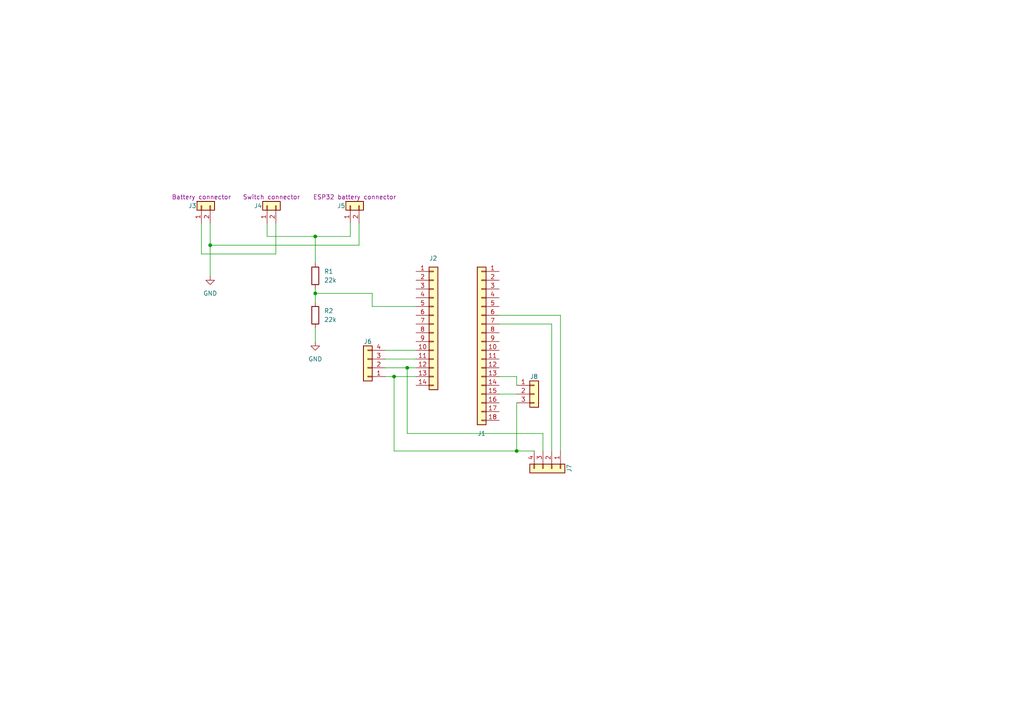
<source format=kicad_sch>
(kicad_sch (version 20211123) (generator eeschema)
  (paper "A4")
  (lib_symbols
    (symbol "Connector_Generic:Conn_01x02" (pin_names (offset 1.016) hide)
      (property "Reference" "J" (at 0 2.54 0))
      (property "Value" "Conn_01x02" (at 0 -5.08 0))
      (symbol "Conn_01x02_1_1"
        (rectangle (start -1.27 -2.413) (end 0 -2.667) (stroke (width 0.1524)))
        (rectangle (start -1.27 0.127) (end 0 -0.127) (stroke (width 0.1524)))
        (rectangle (start -1.27 1.27) (end 1.27 -3.81) (stroke (width 0.254)) (fill (type background)))
        (pin passive line (at -5.08 0 0) (length 3.81) (name "Pin_1") (number "1"))
        (pin passive line (at -5.08 -2.54 0) (length 3.81) (name "Pin_2") (number "2"))
      )
    )
    (symbol "Connector_Generic:Conn_01x03" (pin_names (offset 1.016) hide)
      (property "Reference" "J" (at 0 5.08 0))
      (property "Value" "Conn_01x03" (at 0 -5.08 0))
      (symbol "Conn_01x03_1_1"
        (rectangle (start -1.27 -2.413) (end 0 -2.667) (stroke (width 0.1524)))
        (rectangle (start -1.27 0.127) (end 0 -0.127) (stroke (width 0.1524)))
        (rectangle (start -1.27 2.667) (end 0 2.413) (stroke (width 0.1524)))
        (rectangle (start -1.27 3.81) (end 1.27 -3.81) (stroke (width 0.254)) (fill (type background)))
        (pin passive line (at -5.08 2.54 0) (length 3.81) (name "Pin_1") (number "1"))
        (pin passive line (at -5.08 0 0) (length 3.81) (name "Pin_2") (number "2"))
        (pin passive line (at -5.08 -2.54 0) (length 3.81) (name "Pin_3") (number "3"))
      )
    )
    (symbol "Connector_Generic:Conn_01x04" (pin_names (offset 1.016) hide)
      (property "Reference" "J" (at 0 5.08 0))
      (property "Value" "Conn_01x04" (at 0 -7.62 0))
      (symbol "Conn_01x04_1_1"
        (rectangle (start -1.27 -4.953) (end 0 -5.207) (stroke (width 0.1524)))
        (rectangle (start -1.27 -2.413) (end 0 -2.667) (stroke (width 0.1524)))
        (rectangle (start -1.27 0.127) (end 0 -0.127) (stroke (width 0.1524)))
        (rectangle (start -1.27 2.667) (end 0 2.413) (stroke (width 0.1524)))
        (rectangle (start -1.27 3.81) (end 1.27 -6.35) (stroke (width 0.254)) (fill (type background)))
        (pin passive line (at -5.08 2.54 0) (length 3.81) (name "Pin_1") (number "1"))
        (pin passive line (at -5.08 0 0) (length 3.81) (name "Pin_2") (number "2"))
        (pin passive line (at -5.08 -2.54 0) (length 3.81) (name "Pin_3") (number "3"))
        (pin passive line (at -5.08 -5.08 0) (length 3.81) (name "Pin_4") (number "4"))
      )
    )
    (symbol "Connector_Generic:Conn_01x14" (pin_names (offset 1.016) hide)
      (property "Reference" "J" (at 0 17.78 0))
      (property "Value" "Conn_01x14" (at 0 -20.32 0))
      (symbol "Conn_01x14_1_1"
        (rectangle (start -1.27 -17.653) (end 0 -17.907) (stroke (width 0.1524)))
        (rectangle (start -1.27 -15.113) (end 0 -15.367) (stroke (width 0.1524)))
        (rectangle (start -1.27 -12.573) (end 0 -12.827) (stroke (width 0.1524)))
        (rectangle (start -1.27 -10.033) (end 0 -10.287) (stroke (width 0.1524)))
        (rectangle (start -1.27 -7.493) (end 0 -7.747) (stroke (width 0.1524)))
        (rectangle (start -1.27 -4.953) (end 0 -5.207) (stroke (width 0.1524)))
        (rectangle (start -1.27 -2.413) (end 0 -2.667) (stroke (width 0.1524)))
        (rectangle (start -1.27 0.127) (end 0 -0.127) (stroke (width 0.1524)))
        (rectangle (start -1.27 2.667) (end 0 2.413) (stroke (width 0.1524)))
        (rectangle (start -1.27 5.207) (end 0 4.953) (stroke (width 0.1524)))
        (rectangle (start -1.27 7.747) (end 0 7.493) (stroke (width 0.1524)))
        (rectangle (start -1.27 10.287) (end 0 10.033) (stroke (width 0.1524)))
        (rectangle (start -1.27 12.827) (end 0 12.573) (stroke (width 0.1524)))
        (rectangle (start -1.27 15.367) (end 0 15.113) (stroke (width 0.1524)))
        (rectangle (start -1.27 16.51) (end 1.27 -19.05) (stroke (width 0.254)) (fill (type background)))
        (pin passive line (at -5.08 15.24 0) (length 3.81) (name "Pin_1") (number "1"))
        (pin passive line (at -5.08 -7.62 0) (length 3.81) (name "Pin_10") (number "10"))
        (pin passive line (at -5.08 -10.16 0) (length 3.81) (name "Pin_11") (number "11"))
        (pin passive line (at -5.08 -12.7 0) (length 3.81) (name "Pin_12") (number "12"))
        (pin passive line (at -5.08 -15.24 0) (length 3.81) (name "Pin_13") (number "13"))
        (pin passive line (at -5.08 -17.78 0) (length 3.81) (name "Pin_14") (number "14"))
        (pin passive line (at -5.08 12.7 0) (length 3.81) (name "Pin_2") (number "2"))
        (pin passive line (at -5.08 10.16 0) (length 3.81) (name "Pin_3") (number "3"))
        (pin passive line (at -5.08 7.62 0) (length 3.81) (name "Pin_4") (number "4"))
        (pin passive line (at -5.08 5.08 0) (length 3.81) (name "Pin_5") (number "5"))
        (pin passive line (at -5.08 2.54 0) (length 3.81) (name "Pin_6") (number "6"))
        (pin passive line (at -5.08 0 0) (length 3.81) (name "Pin_7") (number "7"))
        (pin passive line (at -5.08 -2.54 0) (length 3.81) (name "Pin_8") (number "8"))
        (pin passive line (at -5.08 -5.08 0) (length 3.81) (name "Pin_9") (number "9"))
      )
    )
    (symbol "Connector_Generic:Conn_01x18" (pin_names (offset 1.016) hide)
      (property "Reference" "J" (at 0 22.86 0))
      (property "Value" "Conn_01x18" (at 0 -25.4 0))
      (symbol "Conn_01x18_1_1"
        (rectangle (start -1.27 -22.733) (end 0 -22.987) (stroke (width 0.1524)))
        (rectangle (start -1.27 -20.193) (end 0 -20.447) (stroke (width 0.1524)))
        (rectangle (start -1.27 -17.653) (end 0 -17.907) (stroke (width 0.1524)))
        (rectangle (start -1.27 -15.113) (end 0 -15.367) (stroke (width 0.1524)))
        (rectangle (start -1.27 -12.573) (end 0 -12.827) (stroke (width 0.1524)))
        (rectangle (start -1.27 -10.033) (end 0 -10.287) (stroke (width 0.1524)))
        (rectangle (start -1.27 -7.493) (end 0 -7.747) (stroke (width 0.1524)))
        (rectangle (start -1.27 -4.953) (end 0 -5.207) (stroke (width 0.1524)))
        (rectangle (start -1.27 -2.413) (end 0 -2.667) (stroke (width 0.1524)))
        (rectangle (start -1.27 0.127) (end 0 -0.127) (stroke (width 0.1524)))
        (rectangle (start -1.27 2.667) (end 0 2.413) (stroke (width 0.1524)))
        (rectangle (start -1.27 5.207) (end 0 4.953) (stroke (width 0.1524)))
        (rectangle (start -1.27 7.747) (end 0 7.493) (stroke (width 0.1524)))
        (rectangle (start -1.27 10.287) (end 0 10.033) (stroke (width 0.1524)))
        (rectangle (start -1.27 12.827) (end 0 12.573) (stroke (width 0.1524)))
        (rectangle (start -1.27 15.367) (end 0 15.113) (stroke (width 0.1524)))
        (rectangle (start -1.27 17.907) (end 0 17.653) (stroke (width 0.1524)))
        (rectangle (start -1.27 20.447) (end 0 20.193) (stroke (width 0.1524)))
        (rectangle (start -1.27 21.59) (end 1.27 -24.13) (stroke (width 0.254)) (fill (type background)))
        (pin passive line (at -5.08 20.32 0) (length 3.81) (name "Pin_1") (number "1"))
        (pin passive line (at -5.08 -2.54 0) (length 3.81) (name "Pin_10") (number "10"))
        (pin passive line (at -5.08 -5.08 0) (length 3.81) (name "Pin_11") (number "11"))
        (pin passive line (at -5.08 -7.62 0) (length 3.81) (name "Pin_12") (number "12"))
        (pin passive line (at -5.08 -10.16 0) (length 3.81) (name "Pin_13") (number "13"))
        (pin passive line (at -5.08 -12.7 0) (length 3.81) (name "Pin_14") (number "14"))
        (pin passive line (at -5.08 -15.24 0) (length 3.81) (name "Pin_15") (number "15"))
        (pin passive line (at -5.08 -17.78 0) (length 3.81) (name "Pin_16") (number "16"))
        (pin passive line (at -5.08 -20.32 0) (length 3.81) (name "Pin_17") (number "17"))
        (pin passive line (at -5.08 -22.86 0) (length 3.81) (name "Pin_18") (number "18"))
        (pin passive line (at -5.08 17.78 0) (length 3.81) (name "Pin_2") (number "2"))
        (pin passive line (at -5.08 15.24 0) (length 3.81) (name "Pin_3") (number "3"))
        (pin passive line (at -5.08 12.7 0) (length 3.81) (name "Pin_4") (number "4"))
        (pin passive line (at -5.08 10.16 0) (length 3.81) (name "Pin_5") (number "5"))
        (pin passive line (at -5.08 7.62 0) (length 3.81) (name "Pin_6") (number "6"))
        (pin passive line (at -5.08 5.08 0) (length 3.81) (name "Pin_7") (number "7"))
        (pin passive line (at -5.08 2.54 0) (length 3.81) (name "Pin_8") (number "8"))
        (pin passive line (at -5.08 0 0) (length 3.81) (name "Pin_9") (number "9"))
      )
    )
    (symbol "Device:R" (pin_numbers hide) (pin_names (offset 0))
      (property "Reference" "R" (at 2.032 0 90))
      (property "Value" "R" (at 0 0 90))
      (symbol "R_0_1"
        (rectangle (start -1.016 -2.54) (end 1.016 2.54) (stroke (width 0.254)))
      )
      (symbol "R_1_1"
        (pin passive line (at 0 3.81 270) (length 1.27) (name "~") (number "1"))
        (pin passive line (at 0 -3.81 90) (length 1.27) (name "~") (number "2"))
      )
    )
    (symbol "power:GND" (power) (pin_names (offset 0))
      (property "Value" "GND" (at 0 -3.81 0))
      (symbol "GND_0_1"
        (polyline (pts (xy 0 0) (xy 0 -1.27) (xy 1.27 -1.27) (xy 0 -2.54) (xy -1.27 -1.27) (xy 0 -1.27)))
      )
      (symbol "GND_1_1"
        (pin power_in line (at 0 0 270) (length 0) hide (name "GND") (number "1"))
      )
    )
  )
  (junction (at 60.96 71.12))
  (junction (at 118.11 106.68))
  (junction (at 149.86 130.81))
  (junction (at 91.44 85.09))
  (junction (at 91.44 68.58))
  (junction (at 114.3 109.22))
  (wire (pts (xy 111.76 106.68) (xy 118.11 106.68)))
  (wire (pts (xy 60.96 64.77) (xy 60.96 71.12)))
  (wire (pts (xy 149.86 109.22) (xy 149.86 111.76)))
  (wire (pts (xy 162.56 130.81) (xy 162.56 91.44)))
  (wire (pts (xy 144.78 93.98) (xy 160.02 93.98)))
  (wire (pts (xy 149.86 116.84) (xy 149.86 130.81)))
  (wire (pts (xy 107.95 85.09) (xy 91.44 85.09)))
  (wire (pts (xy 60.96 71.12) (xy 60.96 80.01)))
  (wire (pts (xy 77.47 68.58) (xy 91.44 68.58)))
  (wire (pts (xy 111.76 101.6) (xy 120.65 101.6)))
  (wire (pts (xy 154.94 130.81) (xy 149.86 130.81)))
  (wire (pts (xy 80.01 64.77) (xy 80.01 73.66)))
  (wire (pts (xy 58.42 73.66) (xy 80.01 73.66)))
  (wire (pts (xy 118.11 106.68) (xy 120.65 106.68)))
  (wire (pts (xy 60.96 71.12) (xy 104.14 71.12)))
  (wire (pts (xy 144.78 109.22) (xy 149.86 109.22)))
  (wire (pts (xy 157.48 125.73) (xy 157.48 130.81)))
  (wire (pts (xy 107.95 88.9) (xy 107.95 85.09)))
  (wire (pts (xy 149.86 130.81) (xy 114.3 130.81)))
  (wire (pts (xy 91.44 68.58) (xy 91.44 76.2)))
  (wire (pts (xy 120.65 88.9) (xy 107.95 88.9)))
  (wire (pts (xy 104.14 64.77) (xy 104.14 71.12)))
  (wire (pts (xy 91.44 68.58) (xy 101.6 68.58)))
  (wire (pts (xy 118.11 125.73) (xy 157.48 125.73)))
  (wire (pts (xy 91.44 85.09) (xy 91.44 87.63)))
  (wire (pts (xy 91.44 83.82) (xy 91.44 85.09)))
  (wire (pts (xy 111.76 104.14) (xy 120.65 104.14)))
  (wire (pts (xy 160.02 93.98) (xy 160.02 130.81)))
  (wire (pts (xy 111.76 109.22) (xy 114.3 109.22)))
  (wire (pts (xy 77.47 64.77) (xy 77.47 68.58)))
  (wire (pts (xy 58.42 64.77) (xy 58.42 73.66)))
  (wire (pts (xy 118.11 125.73) (xy 118.11 106.68)))
  (wire (pts (xy 114.3 109.22) (xy 120.65 109.22)))
  (wire (pts (xy 91.44 95.25) (xy 91.44 99.06)))
  (wire (pts (xy 144.78 114.3) (xy 149.86 114.3)))
  (wire (pts (xy 162.56 91.44) (xy 144.78 91.44)))
  (wire (pts (xy 101.6 64.77) (xy 101.6 68.58)))
  (wire (pts (xy 114.3 109.22) (xy 114.3 130.81)))
  (symbol (lib_id "Connector_Generic:Conn_01x14") (at 125.73 93.98 0) (unit 1)
    (property "Reference" "J2" (at 124.46 74.93 0) (effects (justify left)))
    (property "Value" "Conn_01x14" (effects hide))
    (property "Footprint" "Connector_PinSocket_2.54mm:PinSocket_1x14_P2.54mm_Vertical" (effects hide))
  )
  (symbol (lib_id "power:GND") (at 60.96 80.01 0) (unit 1)
    (property "Reference" "#PWR0101" (effects hide))
    (property "Value" "GND" (at 60.96 85.09 0))
  )
  (symbol (lib_id "Device:R") (at 91.44 91.44 0) (unit 1)
    (property "Reference" "R2" (at 93.98 90.1699 0) (effects (justify left)))
    (property "Value" "22k" (at 93.98 92.7099 0) (effects (justify left)))
    (property "Footprint" "Resistor_THT:R_Axial_DIN0204_L3.6mm_D1.6mm_P7.62mm_Horizontal" (effects hide))
  )
  (symbol (lib_id "Connector_Generic:Conn_01x18") (at 139.7 99.06 0) (mirror y) (unit 1)
    (property "Reference" "J1" (at 139.7 125.73 0))
    (property "Value" "Conn_01x18" (effects hide))
    (property "Footprint" "Connector_PinSocket_2.54mm:PinSocket_1x18_P2.54mm_Vertical" (effects hide))
  )
  (symbol (lib_id "Connector_Generic:Conn_01x04") (at 160.02 135.89 270) (unit 1)
    (property "Reference" "J7" (at 165.1 134.62 0) (effects (justify left)))
    (property "Value" "Conn_01x04" (effects hide))
    (property "Footprint" "Connector_PinHeader_2.54mm:PinHeader_1x04_P2.54mm_Vertical" (effects hide))
    (property "Desc" "Laser Distance Measurement" (effects hide))
  )
  (symbol (lib_id "Connector_Generic:Conn_01x02") (at 58.42 59.69 90) (unit 1)
    (property "Reference" "J3" (at 54.61 59.69 90) (effects (justify right)))
    (property "Value" "Conn_01x02" (effects hide))
    (property "Footprint" "Connector_JST:JST_XH_B2B-XH-AM_1x02_P2.50mm_Vertical" (effects hide))
    (property "Desc" "Battery connector" (at 58.42 57.15 90))
  )
  (symbol (lib_id "power:GND") (at 91.44 99.06 0) (unit 1)
    (property "Reference" "#PWR0102" (effects hide))
    (property "Value" "GND" (at 91.44 104.14 0))
  )
  (symbol (lib_id "Connector_Generic:Conn_01x02") (at 77.47 59.69 90) (unit 1)
    (property "Reference" "J4" (at 73.66 59.69 90) (effects (justify right)))
    (property "Value" "Conn_01x02" (effects hide))
    (property "Footprint" "Connector_JST:JST_XH_B2B-XH-AM_1x02_P2.50mm_Vertical" (effects hide))
    (property "Desc" "Switch connector" (at 78.74 57.15 90))
  )
  (symbol (lib_id "Connector_Generic:Conn_01x04") (at 106.68 106.68 180) (unit 1)
    (property "Reference" "J6" (at 106.68 99.06 0))
    (property "Value" "Conn_01x04" (effects hide))
    (property "Footprint" "Connector_PinHeader_2.54mm:PinHeader_1x04_P2.54mm_Vertical" (effects hide))
    (property "Desc" "Laser Distance Measurement" (effects hide))
  )
  (symbol (lib_id "Connector_Generic:Conn_01x03") (at 154.94 114.3 0) (unit 1)
    (property "Reference" "J8" (at 153.67 109.22 0) (effects (justify left)))
    (property "Value" "Conn_01x03" (effects hide))
    (property "Footprint" "Connector_PinHeader_2.54mm:PinHeader_1x03_P2.54mm_Vertical" (effects hide))
  )
  (symbol (lib_id "Connector_Generic:Conn_01x02") (at 101.6 59.69 90) (unit 1)
    (property "Reference" "J5" (at 97.79 59.69 90) (effects (justify right)))
    (property "Value" "Conn_01x02" (effects hide))
    (property "Footprint" "Connector_JST:JST_XH_B2B-XH-AM_1x02_P2.50mm_Vertical" (effects hide))
    (property "Desc" "ESP32 battery connector" (at 102.87 57.15 90))
  )
  (symbol (lib_id "Device:R") (at 91.44 80.01 0) (unit 1)
    (property "Reference" "R1" (at 93.98 78.7399 0) (effects (justify left)))
    (property "Value" "22k" (at 93.98 81.2799 0) (effects (justify left)))
    (property "Footprint" "Resistor_THT:R_Axial_DIN0204_L3.6mm_D1.6mm_P7.62mm_Horizontal" (effects hide))
  )
)
</source>
